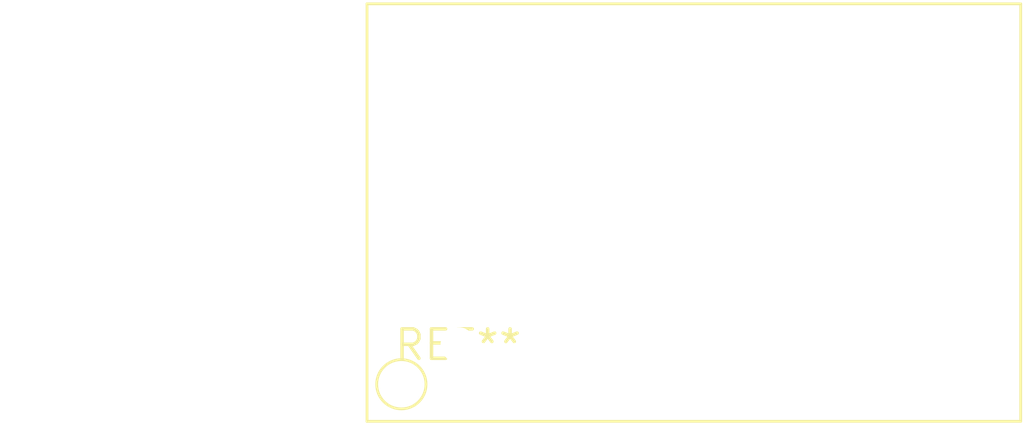
<source format=kicad_pcb>
(kicad_pcb (version 20240108) (generator pcbnew)
  (layers (0 "F.Cu" signal) (31 "B.Cu" signal) (34 "B.Paste" user) (35 "F.Paste" user) (36 "B.SilkS" user "B.Silkscreen") (37 "F.SilkS" user "F.Silkscreen") (38 "B.Mask" user) (39 "F.Mask" user) (44 "Edge.Cuts" user))
  (net 0 "")
  (footprint "Transformer_Microphone_Lundahl_LL1587" (layer "F.Cu") (at 0 0)
    (property "Reference" "REF**")
    (property "Value" "Transformer_Microphone_Lundahl_LL1587")
    (fp_line (start -3.93 -14.72) (end -3.93 3.3) (layer "F.SilkS") (stroke (width 0.12)))
    (fp_line (start -3.93 -14.72) (end 24.25 -14.72) (layer "F.SilkS") (stroke (width 0.12)))
    (fp_line (start 24.25 3.3) (end -3.93 3.3) (layer "F.SilkS") (stroke (width 0.12)))
    (fp_line (start 24.25 3.3) (end 24.25 -14.72) (layer "F.SilkS") (stroke (width 0.12)))
    (fp_circle (center -2.45 1.7) (end -1.75 2.5) (layer "F.SilkS") (stroke (width 0.12)) (fill none))
    (pad "1" thru_hole rect (at 0 0) (size 2.29 2.29) (drill 1.52) (layers *.Cu *.Mask) (remove_unused_layers))
    (pad "2" thru_hole circle (at 0 -3.81) (size 2.29 2.29) (drill 1.52) (layers *.Cu *.Mask) (remove_unused_layers))
    (pad "3" thru_hole circle (at 0 -7.62) (size 2.29 2.29) (drill 1.52) (layers *.Cu *.Mask) (remove_unused_layers))
    (pad "4" thru_hole circle (at 0 -11.43) (size 2.29 2.29) (drill 1.52) (layers *.Cu *.Mask) (remove_unused_layers))
    (pad "5" thru_hole circle (at 20.32 0) (size 2.29 2.29) (drill 1.52) (layers *.Cu *.Mask) (remove_unused_layers))
    (pad "6" thru_hole circle (at 20.32 -3.81) (size 2.29 2.29) (drill 1.52) (layers *.Cu *.Mask) (remove_unused_layers))
    (pad "8" thru_hole circle (at 20.32 -11.43) (size 2.29 2.29) (drill 1.52) (layers *.Cu *.Mask) (remove_unused_layers))
  )
)
</source>
